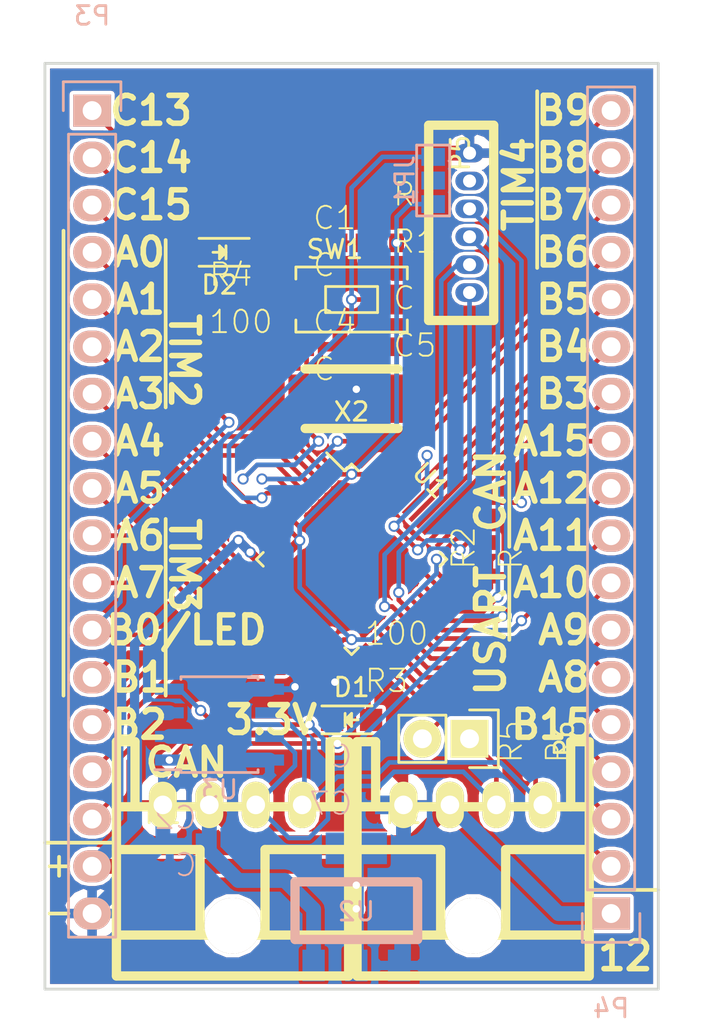
<source format=kicad_pcb>
(kicad_pcb (version 4) (host pcbnew 4.0.4-stable)
  (layers (0 F.Cu signal) (31 B.Cu signal) (34 B.Paste user) (35 F.Paste user) (36 B.SilkS user) (37 F.SilkS user) (38 B.Mask user) (39 F.Mask user) (44 Edge.Cuts user))
  (net 0 "")
  (net 1 GND)
  (net 2 /NRST)
  (net 3 +12V)
  (net 4 /OSC_IN)
  (net 5 /OSC_OUT)
  (net 6 +3V3)
  (net 7 "Net-(D1-Pad2)")
  (net 8 "Net-(D2-Pad2)")
  (net 9 /LED)
  (net 10 /CAN_H)
  (net 11 /CAN_L)
  (net 12 /BOOT0)
  (net 13 /USART_TX)
  (net 14 /USART_RX)
  (net 15 /CAN_RX)
  (net 16 /CAN_TX)
  (net 17 /SWDIO)
  (net 18 /SWCLK)
  (net 19 /PC13)
  (net 20 /PC14)
  (net 21 /PC15)
  (net 22 /PA0)
  (net 23 /PA1)
  (net 24 /PA2)
  (net 25 /PB11)
  (net 26 /PB10)
  (net 27 /PB2)
  (net 28 /PB1)
  (net 29 /PA7)
  (net 30 /PA6)
  (net 31 /PA5)
  (net 32 /PA4)
  (net 33 /PA3)
  (net 34 /PB12)
  (net 35 /PB13)
  (net 36 /PB14)
  (net 37 /PB15)
  (net 38 /PA8)
  (net 39 /PA15)
  (net 40 /PB3)
  (net 41 /PB4)
  (net 42 /PB5)
  (net 43 /PB6)
  (net 44 /PB7)
  (net 45 /PB8)
  (net 46 /PB9)
  (net 47 "Net-(P6-Pad2)")
  (module TO_SOT_Packages_SMD:SOT-223_reg (layer B.Cu) (at 16.764 48.514 180)
    (fp_text reference U2 (at 0 2.9 180) (layer B.SilkS) (effects (justify mirror)))
    (fp_text value NCP1117ST33T3G)
    (pad 1 smd rect (at -2.3 0 180) (size 1.2 1.7) (layers B.Cu B.Paste B.Mask) (net 1 GND))
    (pad 2 smd rect (at 0 0 180) (size 1.2 1.7) (layers B.Cu B.Paste B.Mask) (net 6 +3V3))
    (pad 3 smd rect (at 2.3 0 180) (size 1.2 1.7) (layers B.Cu B.Paste B.Mask) (net 3 +12V))
    (pad 2 smd rect (at 0 6.3 180) (size 3.3 1.7) (layers B.Cu B.Paste B.Mask) (net 6 +3V3))
  )
  (module RP_KiCAD_Libs:C1608_WP (layer F.Cu) (at 14.986 9.652)
    (fp_text reference C1 (at -0.635 -0.635) (layer F.SilkS) (effects (font (size 1.2065 1.2065) (thickness 0.1016)) (justify left bottom)))
    (fp_text value C (at -0.635 1.905) (layer F.SilkS) (effects (font (size 1.2065 1.2065) (thickness 0.1016)) (justify left bottom)))
    (pad 1 smd rect (at -0.9 0) (size 0.8 1) (layers F.Cu F.Paste F.Mask) (net 1 GND))
    (pad 2 smd rect (at 0.9 0) (size 0.8 1) (layers F.Cu F.Paste F.Mask) (net 2 /NRST))
  )
  (module RP_KiCAD_Libs:C1608_WP (layer B.Cu) (at 7.62 41.91 180)
    (fp_text reference C2 (at -0.635 0.635 180) (layer B.SilkS) (effects (font (size 1.2065 1.2065) (thickness 0.1016)) (justify left bottom mirror)))
    (fp_text value C (at -0.635 -1.905 180) (layer B.SilkS) (effects (font (size 1.2065 1.2065) (thickness 0.1016)) (justify left bottom mirror)))
    (pad 1 smd rect (at -0.9 0 180) (size 0.8 1) (layers B.Cu B.Paste B.Mask) (net 3 +12V))
    (pad 2 smd rect (at 0.9 0 180) (size 0.8 1) (layers B.Cu B.Paste B.Mask) (net 1 GND))
  )
  (module RP_KiCAD_Libs:C1608_WP (layer F.Cu) (at 14.986 15.24)
    (fp_text reference C4 (at -0.635 -0.635) (layer F.SilkS) (effects (font (size 1.2065 1.2065) (thickness 0.1016)) (justify left bottom)))
    (fp_text value C (at -0.635 1.905) (layer F.SilkS) (effects (font (size 1.2065 1.2065) (thickness 0.1016)) (justify left bottom)))
    (pad 1 smd rect (at -0.9 0) (size 0.8 1) (layers F.Cu F.Paste F.Mask) (net 4 /OSC_IN))
    (pad 2 smd rect (at 0.9 0) (size 0.8 1) (layers F.Cu F.Paste F.Mask) (net 1 GND))
  )
  (module RP_KiCAD_Libs:C1608_WP (layer F.Cu) (at 18.034 15.24 180)
    (fp_text reference C5 (at -0.635 -0.635 180) (layer F.SilkS) (effects (font (size 1.2065 1.2065) (thickness 0.1016)) (justify left bottom)))
    (fp_text value C (at -0.635 1.905 180) (layer F.SilkS) (effects (font (size 1.2065 1.2065) (thickness 0.1016)) (justify left bottom)))
    (pad 1 smd rect (at -0.9 0 180) (size 0.8 1) (layers F.Cu F.Paste F.Mask) (net 5 /OSC_OUT))
    (pad 2 smd rect (at 0.9 0 180) (size 0.8 1) (layers F.Cu F.Paste F.Mask) (net 1 GND))
  )
  (module RP_KiCAD_Libs:C1608_WP (layer B.Cu) (at 17.272 39.878)
    (fp_text reference C7 (at -0.635 0.635) (layer B.SilkS) (effects (font (size 1.2065 1.2065) (thickness 0.1016)) (justify left bottom mirror)))
    (fp_text value C (at -0.635 -1.905) (layer B.SilkS) (effects (font (size 1.2065 1.2065) (thickness 0.1016)) (justify left bottom mirror)))
    (pad 1 smd rect (at -0.9 0) (size 0.8 1) (layers B.Cu B.Paste B.Mask) (net 6 +3V3))
    (pad 2 smd rect (at 0.9 0) (size 0.8 1) (layers B.Cu B.Paste B.Mask) (net 1 GND))
  )
  (module LEDs:LED_0805 (layer F.Cu) (at 16.51 35.306)
    (fp_text reference D1 (at 0 -1.75) (layer F.SilkS))
    (fp_text value LED)
    (pad 2 smd rect (at 1.04902 0 180) (size 1.19888 1.19888) (layers F.Cu F.Paste F.Mask) (net 7 "Net-(D1-Pad2)"))
    (pad 1 smd rect (at -1.04902 0 180) (size 1.19888 1.19888) (layers F.Cu F.Paste F.Mask) (net 6 +3V3))
  )
  (module LEDs:LED_0805 (layer F.Cu) (at 9.398 10.16 180)
    (fp_text reference D2 (at 0 -1.75 180) (layer F.SilkS))
    (fp_text value LED)
    (pad 2 smd rect (at 1.04902 0) (size 1.19888 1.19888) (layers F.Cu F.Paste F.Mask) (net 8 "Net-(D2-Pad2)"))
    (pad 1 smd rect (at -1.04902 0) (size 1.19888 1.19888) (layers F.Cu F.Paste F.Mask) (net 9 /LED))
  )
  (module RP_KiCAD_Connector:XA_4LC (layer F.Cu) (at 6.35 39.878)
    (fp_text reference P1 (at 0 0.5) (layer F.SilkS))
    (fp_text value CONN_01X04)
    (pad 1 thru_hole oval (at 0 0) (size 1.5 2.5) (drill 1) (layers *.Cu *.Mask F.SilkS) (net 1 GND))
    (pad 2 thru_hole oval (at 2.5 0) (size 1.5 2.5) (drill 1) (layers *.Cu *.Mask F.SilkS) (net 3 +12V))
    (pad 3 thru_hole oval (at 5 0) (size 1.5 2.5) (drill 1) (layers *.Cu *.Mask F.SilkS) (net 10 /CAN_H))
    (pad 4 thru_hole oval (at 7.5 0) (size 1.5 2.5) (drill 1) (layers *.Cu *.Mask F.SilkS) (net 11 /CAN_L))
    (pad "" thru_hole circle (at 3.75 6.5) (size 3 3) (drill 3) (layers *.Cu *.Mask F.SilkS) (clearance -0.3))
  )
  (module RP_KiCAD_Connector:XA_4LC (layer F.Cu) (at 19.304 39.878)
    (fp_text reference P2 (at 0 0.5) (layer F.SilkS))
    (fp_text value CONN_01X04)
    (pad 1 thru_hole oval (at 0 0) (size 1.5 2.5) (drill 1) (layers *.Cu *.Mask F.SilkS) (net 1 GND))
    (pad 2 thru_hole oval (at 2.5 0) (size 1.5 2.5) (drill 1) (layers *.Cu *.Mask F.SilkS) (net 3 +12V))
    (pad 3 thru_hole oval (at 5 0) (size 1.5 2.5) (drill 1) (layers *.Cu *.Mask F.SilkS) (net 10 /CAN_H))
    (pad 4 thru_hole oval (at 7.5 0) (size 1.5 2.5) (drill 1) (layers *.Cu *.Mask F.SilkS) (net 11 /CAN_L))
    (pad "" thru_hole circle (at 3.75 6.5) (size 3 3) (drill 3) (layers *.Cu *.Mask F.SilkS) (clearance -0.3))
  )
  (module RP_KiCAD_Libs:C1608_WP (layer F.Cu) (at 18.034 9.652 180)
    (fp_text reference R1 (at -0.635 -0.635 180) (layer F.SilkS) (effects (font (size 1.2065 1.2065) (thickness 0.1016)) (justify left bottom)))
    (fp_text value R (at -0.635 1.905 180) (layer F.SilkS) (effects (font (size 1.2065 1.2065) (thickness 0.1016)) (justify left bottom)))
    (pad 1 smd rect (at -0.9 0 180) (size 0.8 1) (layers F.Cu F.Paste F.Mask) (net 6 +3V3))
    (pad 2 smd rect (at 0.9 0 180) (size 0.8 1) (layers F.Cu F.Paste F.Mask) (net 2 /NRST))
  )
  (module RP_KiCAD_Libs:C1608_WP (layer F.Cu) (at 23.876 26.67 90)
    (fp_text reference R2 (at -0.635 -0.635 90) (layer F.SilkS) (effects (font (size 1.2065 1.2065) (thickness 0.1016)) (justify left bottom)))
    (fp_text value R (at -0.635 1.905 90) (layer F.SilkS) (effects (font (size 1.2065 1.2065) (thickness 0.1016)) (justify left bottom)))
    (pad 1 smd rect (at -0.9 0 90) (size 0.8 1) (layers F.Cu F.Paste F.Mask) (net 1 GND))
    (pad 2 smd rect (at 0.9 0 90) (size 0.8 1) (layers F.Cu F.Paste F.Mask) (net 12 /BOOT0))
  )
  (module RP_KiCAD_Libs:C1608_WP (layer F.Cu) (at 16.51 33.274 180)
    (fp_text reference R3 (at -0.635 -0.635 180) (layer F.SilkS) (effects (font (size 1.2065 1.2065) (thickness 0.1016)) (justify left bottom)))
    (fp_text value 100 (at -0.635 1.905 180) (layer F.SilkS) (effects (font (size 1.2065 1.2065) (thickness 0.1016)) (justify left bottom)))
    (pad 1 smd rect (at -0.9 0 180) (size 0.8 1) (layers F.Cu F.Paste F.Mask) (net 7 "Net-(D1-Pad2)"))
    (pad 2 smd rect (at 0.9 0 180) (size 0.8 1) (layers F.Cu F.Paste F.Mask) (net 1 GND))
  )
  (module RP_KiCAD_Libs:C1608_WP (layer F.Cu) (at 9.398 12.7)
    (fp_text reference R4 (at -0.635 -0.635) (layer F.SilkS) (effects (font (size 1.2065 1.2065) (thickness 0.1016)) (justify left bottom)))
    (fp_text value 100 (at -0.635 1.905) (layer F.SilkS) (effects (font (size 1.2065 1.2065) (thickness 0.1016)) (justify left bottom)))
    (pad 1 smd rect (at -0.9 0) (size 0.8 1) (layers F.Cu F.Paste F.Mask) (net 8 "Net-(D2-Pad2)"))
    (pad 2 smd rect (at 0.9 0) (size 0.8 1) (layers F.Cu F.Paste F.Mask) (net 1 GND))
  )
  (module Buttons_Switches_SMD:SW_SPST_EVQPE1 (layer F.Cu) (at 16.51 12.7)
    (fp_text reference SW1 (at -0.9 -2.7) (layer F.SilkS))
    (fp_text value SW_PUSH)
    (pad 2 smd rect (at 2.7 0) (size 2 1.6) (layers F.Cu F.Paste F.Mask) (net 2 /NRST))
    (pad 1 smd rect (at -2.7 0) (size 2 1.6) (layers F.Cu F.Paste F.Mask) (net 1 GND))
  )
  (module Housings_QFP:LQFP-48_7x7mm_Pitch0.5mm (layer F.Cu) (at 16.51 26.67 315)
    (fp_text reference U1 (at 0 -6 315) (layer F.SilkS))
    (fp_text value STM32F103_48)
    (pad 1 smd rect (at -4.35 -2.75 315) (size 1.3 0.25) (layers F.Cu F.Paste F.Mask) (net 6 +3V3))
    (pad 2 smd rect (at -4.35 -2.25 315) (size 1.3 0.25) (layers F.Cu F.Paste F.Mask) (net 19 /PC13))
    (pad 3 smd rect (at -4.35 -1.75 315) (size 1.3 0.25) (layers F.Cu F.Paste F.Mask) (net 20 /PC14))
    (pad 4 smd rect (at -4.35 -1.25 315) (size 1.3 0.25) (layers F.Cu F.Paste F.Mask) (net 21 /PC15))
    (pad 5 smd rect (at -4.35 -0.75 315) (size 1.3 0.25) (layers F.Cu F.Paste F.Mask) (net 4 /OSC_IN))
    (pad 6 smd rect (at -4.35 -0.25 315) (size 1.3 0.25) (layers F.Cu F.Paste F.Mask) (net 5 /OSC_OUT))
    (pad 7 smd rect (at -4.35 0.25 315) (size 1.3 0.25) (layers F.Cu F.Paste F.Mask) (net 2 /NRST))
    (pad 8 smd rect (at -4.35 0.75 315) (size 1.3 0.25) (layers F.Cu F.Paste F.Mask) (net 1 GND))
    (pad 9 smd rect (at -4.35 1.25 315) (size 1.3 0.25) (layers F.Cu F.Paste F.Mask) (net 6 +3V3))
    (pad 10 smd rect (at -4.35 1.75 315) (size 1.3 0.25) (layers F.Cu F.Paste F.Mask) (net 22 /PA0))
    (pad 11 smd rect (at -4.35 2.25 315) (size 1.3 0.25) (layers F.Cu F.Paste F.Mask) (net 23 /PA1))
    (pad 12 smd rect (at -4.35 2.75 315) (size 1.3 0.25) (layers F.Cu F.Paste F.Mask) (net 24 /PA2))
    (pad 13 smd rect (at -2.75 4.35 45) (size 1.3 0.25) (layers F.Cu F.Paste F.Mask) (net 33 /PA3))
    (pad 14 smd rect (at -2.25 4.35 45) (size 1.3 0.25) (layers F.Cu F.Paste F.Mask) (net 32 /PA4))
    (pad 15 smd rect (at -1.75 4.35 45) (size 1.3 0.25) (layers F.Cu F.Paste F.Mask) (net 31 /PA5))
    (pad 16 smd rect (at -1.25 4.35 45) (size 1.3 0.25) (layers F.Cu F.Paste F.Mask) (net 30 /PA6))
    (pad 17 smd rect (at -0.75 4.35 45) (size 1.3 0.25) (layers F.Cu F.Paste F.Mask) (net 29 /PA7))
    (pad 18 smd rect (at -0.25 4.35 45) (size 1.3 0.25) (layers F.Cu F.Paste F.Mask) (net 9 /LED))
    (pad 19 smd rect (at 0.25 4.35 45) (size 1.3 0.25) (layers F.Cu F.Paste F.Mask) (net 28 /PB1))
    (pad 20 smd rect (at 0.75 4.35 45) (size 1.3 0.25) (layers F.Cu F.Paste F.Mask) (net 27 /PB2))
    (pad 21 smd rect (at 1.25 4.35 45) (size 1.3 0.25) (layers F.Cu F.Paste F.Mask) (net 26 /PB10))
    (pad 22 smd rect (at 1.75 4.35 45) (size 1.3 0.25) (layers F.Cu F.Paste F.Mask) (net 25 /PB11))
    (pad 23 smd rect (at 2.25 4.35 45) (size 1.3 0.25) (layers F.Cu F.Paste F.Mask) (net 1 GND))
    (pad 24 smd rect (at 2.75 4.35 45) (size 1.3 0.25) (layers F.Cu F.Paste F.Mask) (net 6 +3V3))
    (pad 25 smd rect (at 4.35 2.75 315) (size 1.3 0.25) (layers F.Cu F.Paste F.Mask) (net 34 /PB12))
    (pad 26 smd rect (at 4.35 2.25 315) (size 1.3 0.25) (layers F.Cu F.Paste F.Mask) (net 35 /PB13))
    (pad 27 smd rect (at 4.35 1.75 315) (size 1.3 0.25) (layers F.Cu F.Paste F.Mask) (net 36 /PB14))
    (pad 28 smd rect (at 4.35 1.25 315) (size 1.3 0.25) (layers F.Cu F.Paste F.Mask) (net 37 /PB15))
    (pad 29 smd rect (at 4.35 0.75 315) (size 1.3 0.25) (layers F.Cu F.Paste F.Mask) (net 38 /PA8))
    (pad 30 smd rect (at 4.35 0.25 315) (size 1.3 0.25) (layers F.Cu F.Paste F.Mask) (net 13 /USART_TX))
    (pad 31 smd rect (at 4.35 -0.25 315) (size 1.3 0.25) (layers F.Cu F.Paste F.Mask) (net 14 /USART_RX))
    (pad 32 smd rect (at 4.35 -0.75 315) (size 1.3 0.25) (layers F.Cu F.Paste F.Mask) (net 15 /CAN_RX))
    (pad 33 smd rect (at 4.35 -1.25 315) (size 1.3 0.25) (layers F.Cu F.Paste F.Mask) (net 16 /CAN_TX))
    (pad 34 smd rect (at 4.35 -1.75 315) (size 1.3 0.25) (layers F.Cu F.Paste F.Mask) (net 17 /SWDIO))
    (pad 35 smd rect (at 4.35 -2.25 315) (size 1.3 0.25) (layers F.Cu F.Paste F.Mask) (net 1 GND))
    (pad 36 smd rect (at 4.35 -2.75 315) (size 1.3 0.25) (layers F.Cu F.Paste F.Mask) (net 6 +3V3))
    (pad 37 smd rect (at 2.75 -4.35 45) (size 1.3 0.25) (layers F.Cu F.Paste F.Mask) (net 18 /SWCLK))
    (pad 38 smd rect (at 2.25 -4.35 45) (size 1.3 0.25) (layers F.Cu F.Paste F.Mask) (net 39 /PA15))
    (pad 39 smd rect (at 1.75 -4.35 45) (size 1.3 0.25) (layers F.Cu F.Paste F.Mask) (net 40 /PB3))
    (pad 40 smd rect (at 1.25 -4.35 45) (size 1.3 0.25) (layers F.Cu F.Paste F.Mask) (net 41 /PB4))
    (pad 41 smd rect (at 0.75 -4.35 45) (size 1.3 0.25) (layers F.Cu F.Paste F.Mask) (net 42 /PB5))
    (pad 42 smd rect (at 0.25 -4.35 45) (size 1.3 0.25) (layers F.Cu F.Paste F.Mask) (net 43 /PB6))
    (pad 43 smd rect (at -0.25 -4.35 45) (size 1.3 0.25) (layers F.Cu F.Paste F.Mask) (net 44 /PB7))
    (pad 44 smd rect (at -0.75 -4.35 45) (size 1.3 0.25) (layers F.Cu F.Paste F.Mask) (net 12 /BOOT0))
    (pad 45 smd rect (at -1.25 -4.35 45) (size 1.3 0.25) (layers F.Cu F.Paste F.Mask) (net 45 /PB8))
    (pad 46 smd rect (at -1.75 -4.35 45) (size 1.3 0.25) (layers F.Cu F.Paste F.Mask) (net 46 /PB9))
    (pad 47 smd rect (at -2.25 -4.35 45) (size 1.3 0.25) (layers F.Cu F.Paste F.Mask) (net 1 GND))
    (pad 48 smd rect (at -2.75 -4.35 45) (size 1.3 0.25) (layers F.Cu F.Paste F.Mask) (net 6 +3V3))
  )
  (module Housings_SOIC:SOIC-8_3.9x4.9mm_Pitch1.27mm (layer B.Cu) (at 9.398 35.56)
    (fp_text reference U3 (at 0 3.5) (layer B.SilkS) (effects (justify mirror)))
    (fp_text value MAX3051)
    (pad 1 smd rect (at -2.7 1.905) (size 1.55 0.6) (layers B.Cu B.Paste B.Mask) (net 16 /CAN_TX))
    (pad 2 smd rect (at -2.7 0.635) (size 1.55 0.6) (layers B.Cu B.Paste B.Mask) (net 1 GND))
    (pad 3 smd rect (at -2.7 -0.635) (size 1.55 0.6) (layers B.Cu B.Paste B.Mask) (net 6 +3V3))
    (pad 4 smd rect (at -2.7 -1.905) (size 1.55 0.6) (layers B.Cu B.Paste B.Mask) (net 15 /CAN_RX))
    (pad 5 smd rect (at 2.7 -1.905) (size 1.55 0.6) (layers B.Cu B.Paste B.Mask) (net 1 GND))
    (pad 6 smd rect (at 2.7 -0.635) (size 1.55 0.6) (layers B.Cu B.Paste B.Mask) (net 11 /CAN_L))
    (pad 7 smd rect (at 2.7 0.635) (size 1.55 0.6) (layers B.Cu B.Paste B.Mask) (net 10 /CAN_H))
    (pad 8 smd rect (at 2.7 1.905) (size 1.55 0.6) (layers B.Cu B.Paste B.Mask) (net 1 GND))
  )
  (module Crystals:ABM3_2pads (layer F.Cu) (at 16.51 18.034)
    (fp_text reference X2 (at 0 0.7) (layer F.SilkS))
    (fp_text value CRYSTAL)
    (pad 1 smd rect (at -2.3 0) (size 2.2 2.6) (layers F.Cu F.Paste F.Mask) (net 4 /OSC_IN))
    (pad 2 smd rect (at 2.3 0) (size 2 2.6) (layers F.Cu F.Paste F.Mask) (net 5 /OSC_OUT))
  )
  (module RP_KiCAD_Connector:ZH_6T (layer F.Cu) (at 22.86 4.826 270)
    (fp_text reference P5 (at 0 0.5 270) (layer F.SilkS))
    (fp_text value CONN_01X06)
    (pad 1 thru_hole oval (at 0 0 270) (size 1 1.524) (drill 0.7) (layers *.Cu *.Mask) (net 1 GND))
    (pad 2 thru_hole oval (at 1.5 0 270) (size 1 1.524) (drill 0.7) (layers *.Cu *.Mask))
    (pad 3 thru_hole oval (at 3 0 270) (size 1 1.524) (drill 0.7) (layers *.Cu *.Mask) (net 18 /SWCLK))
    (pad 4 thru_hole oval (at 4.5 0 270) (size 1 1.524) (drill 0.7) (layers *.Cu *.Mask) (net 17 /SWDIO))
    (pad 5 thru_hole oval (at 6 0 270) (size 1 1.524) (drill 0.7) (layers *.Cu *.Mask) (net 13 /USART_TX))
    (pad 6 thru_hole oval (at 7.5 0 270) (size 1 1.524) (drill 0.7) (layers *.Cu *.Mask) (net 14 /USART_RX))
  )
  (module Pin_Headers:Pin_Header_Straight_1x18 (layer B.Cu) (at 2.54 2.54 180)
    (fp_text reference P3 (at 0 5.1 180) (layer B.SilkS) (effects (justify mirror)))
    (fp_text value CONN_01X18)
    (pad 1 thru_hole rect (at 0 0 180) (size 2.032 1.7272) (drill 1.016) (layers *.Cu *.Mask B.SilkS) (net 19 /PC13))
    (pad 2 thru_hole oval (at 0 -2.54 180) (size 2.032 1.7272) (drill 1.016) (layers *.Cu *.Mask B.SilkS) (net 20 /PC14))
    (pad 3 thru_hole oval (at 0 -5.08 180) (size 2.032 1.7272) (drill 1.016) (layers *.Cu *.Mask B.SilkS) (net 21 /PC15))
    (pad 4 thru_hole oval (at 0 -7.62 180) (size 2.032 1.7272) (drill 1.016) (layers *.Cu *.Mask B.SilkS) (net 22 /PA0))
    (pad 5 thru_hole oval (at 0 -10.16 180) (size 2.032 1.7272) (drill 1.016) (layers *.Cu *.Mask B.SilkS) (net 23 /PA1))
    (pad 6 thru_hole oval (at 0 -12.7 180) (size 2.032 1.7272) (drill 1.016) (layers *.Cu *.Mask B.SilkS) (net 24 /PA2))
    (pad 7 thru_hole oval (at 0 -15.24 180) (size 2.032 1.7272) (drill 1.016) (layers *.Cu *.Mask B.SilkS) (net 33 /PA3))
    (pad 8 thru_hole oval (at 0 -17.78 180) (size 2.032 1.7272) (drill 1.016) (layers *.Cu *.Mask B.SilkS) (net 32 /PA4))
    (pad 9 thru_hole oval (at 0 -20.32 180) (size 2.032 1.7272) (drill 1.016) (layers *.Cu *.Mask B.SilkS) (net 31 /PA5))
    (pad 10 thru_hole oval (at 0 -22.86 180) (size 2.032 1.7272) (drill 1.016) (layers *.Cu *.Mask B.SilkS) (net 30 /PA6))
    (pad 11 thru_hole oval (at 0 -25.4 180) (size 2.032 1.7272) (drill 1.016) (layers *.Cu *.Mask B.SilkS) (net 29 /PA7))
    (pad 12 thru_hole oval (at 0 -27.94 180) (size 2.032 1.7272) (drill 1.016) (layers *.Cu *.Mask B.SilkS) (net 9 /LED))
    (pad 13 thru_hole oval (at 0 -30.48 180) (size 2.032 1.7272) (drill 1.016) (layers *.Cu *.Mask B.SilkS) (net 28 /PB1))
    (pad 14 thru_hole oval (at 0 -33.02 180) (size 2.032 1.7272) (drill 1.016) (layers *.Cu *.Mask B.SilkS) (net 27 /PB2))
    (pad 15 thru_hole oval (at 0 -35.56 180) (size 2.032 1.7272) (drill 1.016) (layers *.Cu *.Mask B.SilkS) (net 26 /PB10))
    (pad 16 thru_hole oval (at 0 -38.1 180) (size 2.032 1.7272) (drill 1.016) (layers *.Cu *.Mask B.SilkS) (net 25 /PB11))
    (pad 17 thru_hole oval (at 0 -40.64 180) (size 2.032 1.7272) (drill 1.016) (layers *.Cu *.Mask B.SilkS) (net 6 +3V3))
    (pad 18 thru_hole oval (at 0 -43.18 180) (size 2.032 1.7272) (drill 1.016) (layers *.Cu *.Mask B.SilkS) (net 1 GND))
  )
  (module Pin_Headers:Pin_Header_Straight_1x18 (layer B.Cu) (at 30.48 45.72)
    (fp_text reference P4 (at 0 5.1) (layer B.SilkS) (effects (justify mirror)))
    (fp_text value CONN_01X18)
    (pad 1 thru_hole rect (at 0 0) (size 2.032 1.7272) (drill 1.016) (layers *.Cu *.Mask B.SilkS) (net 3 +12V))
    (pad 2 thru_hole oval (at 0 -2.54) (size 2.032 1.7272) (drill 1.016) (layers *.Cu *.Mask B.SilkS) (net 34 /PB12))
    (pad 3 thru_hole oval (at 0 -5.08) (size 2.032 1.7272) (drill 1.016) (layers *.Cu *.Mask B.SilkS) (net 35 /PB13))
    (pad 4 thru_hole oval (at 0 -7.62) (size 2.032 1.7272) (drill 1.016) (layers *.Cu *.Mask B.SilkS) (net 36 /PB14))
    (pad 5 thru_hole oval (at 0 -10.16) (size 2.032 1.7272) (drill 1.016) (layers *.Cu *.Mask B.SilkS) (net 37 /PB15))
    (pad 6 thru_hole oval (at 0 -12.7) (size 2.032 1.7272) (drill 1.016) (layers *.Cu *.Mask B.SilkS) (net 38 /PA8))
    (pad 7 thru_hole oval (at 0 -15.24) (size 2.032 1.7272) (drill 1.016) (layers *.Cu *.Mask B.SilkS) (net 13 /USART_TX))
    (pad 8 thru_hole oval (at 0 -17.78) (size 2.032 1.7272) (drill 1.016) (layers *.Cu *.Mask B.SilkS) (net 14 /USART_RX))
    (pad 9 thru_hole oval (at 0 -20.32) (size 2.032 1.7272) (drill 1.016) (layers *.Cu *.Mask B.SilkS) (net 15 /CAN_RX))
    (pad 10 thru_hole oval (at 0 -22.86) (size 2.032 1.7272) (drill 1.016) (layers *.Cu *.Mask B.SilkS) (net 16 /CAN_TX))
    (pad 11 thru_hole oval (at 0 -25.4) (size 2.032 1.7272) (drill 1.016) (layers *.Cu *.Mask B.SilkS) (net 39 /PA15))
    (pad 12 thru_hole oval (at 0 -27.94) (size 2.032 1.7272) (drill 1.016) (layers *.Cu *.Mask B.SilkS) (net 40 /PB3))
    (pad 13 thru_hole oval (at 0 -30.48) (size 2.032 1.7272) (drill 1.016) (layers *.Cu *.Mask B.SilkS) (net 41 /PB4))
    (pad 14 thru_hole oval (at 0 -33.02) (size 2.032 1.7272) (drill 1.016) (layers *.Cu *.Mask B.SilkS) (net 42 /PB5))
    (pad 15 thru_hole oval (at 0 -35.56) (size 2.032 1.7272) (drill 1.016) (layers *.Cu *.Mask B.SilkS) (net 43 /PB6))
    (pad 16 thru_hole oval (at 0 -38.1) (size 2.032 1.7272) (drill 1.016) (layers *.Cu *.Mask B.SilkS) (net 44 /PB7))
    (pad 17 thru_hole oval (at 0 -40.64) (size 2.032 1.7272) (drill 1.016) (layers *.Cu *.Mask B.SilkS) (net 45 /PB8))
    (pad 18 thru_hole oval (at 0 -43.18) (size 2.032 1.7272) (drill 1.016) (layers *.Cu *.Mask B.SilkS) (net 46 /PB9))
  )
  (module Pin_Headers:Pin_Header_Straight_1x02 (layer F.Cu) (at 22.86 36.322 270)
    (fp_text reference P6 (at 0 -5.1 270) (layer F.SilkS))
    (fp_text value CONN_01X02)
    (pad 1 thru_hole rect (at 0 0 270) (size 2.032 2.032) (drill 1.016) (layers *.Cu *.Mask F.SilkS) (net 10 /CAN_H))
    (pad 2 thru_hole oval (at 0 2.54 270) (size 2.032 2.032) (drill 1.016) (layers *.Cu *.Mask F.SilkS) (net 47 "Net-(P6-Pad2)"))
  )
  (module RP_KiCAD_Libs:C1608_WP (layer F.Cu) (at 26.416 37.084 90)
    (fp_text reference R5 (at -0.635 -0.635 90) (layer F.SilkS) (effects (font (size 1.2065 1.2065) (thickness 0.1016)) (justify left bottom)))
    (fp_text value R (at -0.635 1.905 90) (layer F.SilkS) (effects (font (size 1.2065 1.2065) (thickness 0.1016)) (justify left bottom)))
    (pad 1 smd rect (at -0.9 0 90) (size 0.8 1) (layers F.Cu F.Paste F.Mask) (net 11 /CAN_L))
    (pad 2 smd rect (at 0.9 0 90) (size 0.8 1) (layers F.Cu F.Paste F.Mask) (net 47 "Net-(P6-Pad2)"))
  )
  (module Connect:GS3 (layer B.Cu) (at 20.9 6.3 180)
    (fp_text reference JP1 (at 1.524 0 450) (layer B.SilkS) (effects (justify mirror)))
    (fp_text value JUMPER3)
    (pad 1 smd rect (at 0 1.27 180) (size 1.27 0.9652) (layers B.Cu B.Paste B.Mask) (net 2 /NRST))
    (pad 2 smd rect (at 0 0 180) (size 1.27 0.9652) (layers B.Cu B.Paste B.Mask))
    (pad 3 smd rect (at 0 -1.27 180) (size 1.27 0.9652) (layers B.Cu B.Paste B.Mask) (net 6 +3V3))
  )
  (gr_text TIM3 (at 7.5 27 270) (layer F.SilkS) (effects (font (size 1.5 1.5) (thickness 0.3))))
  (gr_text TIM2 (at 7.5 16 270) (layer F.SilkS) (effects (font (size 1.5 1.5) (thickness 0.3))))
  (gr_text TIM4 (at 25.5 6.5 90) (layer F.SilkS) (effects (font (size 1.5 1.5) (thickness 0.3))))
  (gr_line (start 26.5 11) (end 26.5 1.5) (angle 90) (layer F.SilkS) (width 0.2))
  (gr_line (start 6.5 24.5) (end 6.5 34) (angle 90) (layer F.SilkS) (width 0.2))
  (gr_line (start 6.5 9.5) (end 6.5 18.5) (angle 90) (layer F.SilkS) (width 0.2))
  (gr_line (start 1 9) (end 1 34) (angle 90) (layer F.SilkS) (width 0.2))
  (gr_text USART (at 24 30.5 90) (layer F.SilkS) (effects (font (size 1.5 1.5) (thickness 0.3))))
  (gr_line (start 25 27) (end 25 31) (angle 90) (layer F.SilkS) (width 0.2))
  (gr_text CAN (at 24 23 90) (layer F.SilkS) (effects (font (size 1.5 1.5) (thickness 0.3))))
  (gr_line (start 25 22) (end 25 26) (angle 90) (layer F.SilkS) (width 0.2))
  (gr_text 3.3V (at 12.192 35.306) (layer F.SilkS) (effects (font (size 1.5 1.5) (thickness 0.3))))
  (gr_text CAN (at 7.62 37.592) (layer F.SilkS) (effects (font (size 1.5 1.5) (thickness 0.3))))
  (gr_text 12 (at 31.242 48.006) (layer F.SilkS) (effects (font (size 1.5 1.5) (thickness 0.3))))
  (gr_line (start 29.464 44.45) (end 33.02 44.45) (angle 90) (layer F.SilkS) (width 0.2))
  (gr_line (start 1.27 45.72) (end 0.254 45.72) (angle 90) (layer F.SilkS) (width 0.2))
  (gr_line (start 0.762 42.672) (end 0.762 43.688) (angle 90) (layer F.SilkS) (width 0.2))
  (gr_line (start 1.27 43.18) (end 0.254 43.18) (angle 90) (layer F.SilkS) (width 0.2))
  (gr_line (start 3.556 41.91) (end 0 41.91) (angle 90) (layer F.SilkS) (width 0.2))
  (gr_text B2 (at 5.08 35.56) (layer F.SilkS) (effects (font (size 1.5 1.5) (thickness 0.3))))
  (gr_text B1 (at 5.08 33.02) (layer F.SilkS) (effects (font (size 1.5 1.5) (thickness 0.3))))
  (gr_text B0/LED (at 7.62 30.48) (layer F.SilkS) (effects (font (size 1.5 1.5) (thickness 0.3))))
  (gr_text A7 (at 5.08 27.94) (layer F.SilkS) (effects (font (size 1.5 1.5) (thickness 0.3))))
  (gr_text A6 (at 5.08 25.4) (layer F.SilkS) (effects (font (size 1.5 1.5) (thickness 0.3))))
  (gr_text A5 (at 5.08 22.86) (layer F.SilkS) (effects (font (size 1.5 1.5) (thickness 0.3))))
  (gr_text A4 (at 5.08 20.32) (layer F.SilkS) (effects (font (size 1.5 1.5) (thickness 0.3))))
  (gr_text A3 (at 5.08 17.78) (layer F.SilkS) (effects (font (size 1.5 1.5) (thickness 0.3))))
  (gr_text A2 (at 5.08 15.24) (layer F.SilkS) (effects (font (size 1.5 1.5) (thickness 0.3))))
  (gr_text A1 (at 5.08 12.7) (layer F.SilkS) (effects (font (size 1.5 1.5) (thickness 0.3))))
  (gr_text A0 (at 5.08 10.16) (layer F.SilkS) (effects (font (size 1.5 1.5) (thickness 0.3))))
  (gr_text B15 (at 27.305 35.56) (layer F.SilkS) (effects (font (size 1.5 1.5) (thickness 0.3))))
  (gr_text A8 (at 27.94 33.02) (layer F.SilkS) (effects (font (size 1.5 1.5) (thickness 0.3))))
  (gr_text A9 (at 27.94 30.48) (layer F.SilkS) (effects (font (size 1.5 1.5) (thickness 0.3))))
  (gr_text A12 (at 27.305 22.86) (layer F.SilkS) (effects (font (size 1.5 1.5) (thickness 0.3))))
  (gr_text A10 (at 27.305 27.94) (layer F.SilkS) (effects (font (size 1.5 1.5) (thickness 0.3))))
  (gr_text A11 (at 27.305 25.4) (layer F.SilkS) (effects (font (size 1.5 1.5) (thickness 0.3))))
  (gr_text A15 (at 27.305 20.32) (layer F.SilkS) (effects (font (size 1.5 1.5) (thickness 0.3))))
  (gr_text B3 (at 27.94 17.78) (layer F.SilkS) (effects (font (size 1.5 1.5) (thickness 0.3))))
  (gr_text B4 (at 27.94 15.24) (layer F.SilkS) (effects (font (size 1.5 1.5) (thickness 0.3))))
  (gr_text B5 (at 27.94 12.7) (layer F.SilkS) (effects (font (size 1.5 1.5) (thickness 0.3))))
  (gr_text B6 (at 27.94 10.16) (layer F.SilkS) (effects (font (size 1.5 1.5) (thickness 0.3))))
  (gr_text B7 (at 27.94 7.62) (layer F.SilkS) (effects (font (size 1.5 1.5) (thickness 0.3))))
  (gr_text B8 (at 27.94 5.08) (layer F.SilkS) (effects (font (size 1.5 1.5) (thickness 0.3))))
  (gr_text B9 (at 27.94 2.54) (layer F.SilkS) (effects (font (size 1.5 1.5) (thickness 0.3))))
  (gr_text C15 (at 5.715 7.62) (layer F.SilkS) (effects (font (size 1.5 1.5) (thickness 0.3))))
  (gr_text C14 (at 5.715 5.08) (layer F.SilkS) (effects (font (size 1.5 1.5) (thickness 0.3))))
  (gr_text C13 (at 5.715 2.54) (layer F.SilkS) (effects (font (size 1.5 1.5) (thickness 0.3))))
  (gr_line (start 33.02 49.784) (end 33.02 0) (angle 90) (layer Edge.Cuts) (width 0.15))
  (gr_line (start 0 49.784) (end 0 0) (angle 90) (layer Edge.Cuts) (width 0.15))
  (gr_line (start 33.02 49.784) (end 0 49.784) (angle 90) (layer Edge.Cuts) (width 0.15))
  (gr_line (start 33.02 0) (end 0 0) (angle 90) (layer Edge.Cuts) (width 0.15))
  (segment (start 6.35 39.878) (end 6.35 39.37) (width 0.8) (layer B.Cu) (net 1))
  (segment (start 6.35 39.37) (end 7.112 38.608) (width 0.8) (layer B.Cu) (net 1))
  (segment (start 7.112 38.608) (end 7.62 38.608) (width 0.8) (layer B.Cu) (net 1))
  (via (at 15.61 33.274) (size 0.6) (drill 0.4) (layers F.Cu B.Cu) (net 1))
  (segment (start 13.462 33.528) (end 15.356 33.528) (width 0.25) (layer B.Cu) (net 1))
  (segment (start 15.356 33.528) (end 15.61 33.274) (width 0.25) (layer B.Cu) (net 1))
  (segment (start 15.61 33.274) (end 16.51 34.174) (width 0.25) (layer F.Cu) (net 1))
  (segment (start 16.51 34.174) (end 16.51 37.846) (width 0.25) (layer F.Cu) (net 1))
  (segment (start 6.35 39.878) (end 6.35 39.116) (width 0.5) (layer F.Cu) (net 1))
  (segment (start 6.35 39.116) (end 7.62 37.846) (width 0.5) (layer F.Cu) (net 1))
  (segment (start 7.62 37.846) (end 16.51 37.846) (width 0.5) (layer F.Cu) (net 1))
  (segment (start 19.304 38.608) (end 19.304 39.878) (width 0.5) (layer F.Cu) (net 1))
  (segment (start 16.51 37.846) (end 18.542 37.846) (width 0.5) (layer F.Cu) (net 1))
  (segment (start 18.542 37.846) (end 19.304 38.608) (width 0.5) (layer F.Cu) (net 1))
  (segment (start 15.886 15.24) (end 17.134 15.24) (width 0.8) (layer F.Cu) (net 1))
  (segment (start 15.886 15.24) (end 15.886 13.6) (width 0.8) (layer F.Cu) (net 1))
  (segment (start 14.986 12.7) (end 13.81 12.7) (width 0.8) (layer F.Cu) (net 1))
  (segment (start 15.886 13.6) (end 14.986 12.7) (width 0.8) (layer F.Cu) (net 1))
  (segment (start 14.086 9.652) (end 14.086 8.012) (width 0.8) (layer F.Cu) (net 1))
  (segment (start 15.494 6.604) (end 17.134 6.604) (width 0.8) (layer F.Cu) (net 1))
  (segment (start 14.086 8.012) (end 15.494 6.604) (width 0.8) (layer F.Cu) (net 1))
  (segment (start 14.086 9.652) (end 14.086 10.806) (width 0.8) (layer F.Cu) (net 1))
  (segment (start 13.81 11.082) (end 13.81 12.7) (width 0.8) (layer F.Cu) (net 1))
  (segment (start 14.086 10.806) (end 13.81 11.082) (width 0.8) (layer F.Cu) (net 1))
  (segment (start 16.764 17.526) (end 16.764 20.574) (width 0.5) (layer B.Cu) (net 1))
  (segment (start 12.098 25.24) (end 16.256 21.082) (width 0.5) (layer B.Cu) (net 1))
  (via (at 16.764 17.526) (size 0.6) (drill 0.4) (layers F.Cu B.Cu) (net 1))
  (segment (start 16.764 17.526) (end 17.134 17.156) (width 0.5) (layer F.Cu) (net 1))
  (segment (start 17.134 17.156) (end 17.134 15.24) (width 0.5) (layer F.Cu) (net 1))
  (segment (start 12.098 33.655) (end 12.098 25.24) (width 0.5) (layer B.Cu) (net 1))
  (segment (start 16.764 20.574) (end 16.256 21.082) (width 0.5) (layer B.Cu) (net 1))
  (segment (start 15.106019 24.892) (end 16.69701 23.301009) (width 0.25) (layer F.Cu) (net 1))
  (segment (start 17.20501 22.793009) (end 17.994924 22.003095) (width 0.25) (layer F.Cu) (net 1))
  (segment (start 16.69701 23.301009) (end 17.20501 22.793009) (width 0.25) (layer F.Cu) (net 1))
  (segment (start 15.025076 31.336905) (end 13.462 32.899981) (width 0.25) (layer F.Cu) (net 1))
  (segment (start 13.335 33.655) (end 12.098 33.655) (width 0.25) (layer B.Cu) (net 1))
  (segment (start 13.462 33.528) (end 13.335 33.655) (width 0.25) (layer B.Cu) (net 1))
  (via (at 13.462 33.528) (size 0.6) (drill 0.4) (layers F.Cu B.Cu) (net 1))
  (segment (start 13.462 32.899981) (end 13.462 33.528) (width 0.25) (layer F.Cu) (net 1))
  (segment (start 21.176905 28.154924) (end 21.723981 28.702) (width 0.25) (layer F.Cu) (net 1))
  (segment (start 23.114 28.702) (end 23.876 27.94) (width 0.25) (layer F.Cu) (net 1))
  (segment (start 21.723981 28.702) (end 23.114 28.702) (width 0.25) (layer F.Cu) (net 1))
  (segment (start 23.876 27.94) (end 23.876 27.57) (width 0.25) (layer F.Cu) (net 1))
  (segment (start 7.62 38.608) (end 8.763 37.465) (width 0.8) (layer B.Cu) (net 1))
  (segment (start 8.763 37.465) (end 9.779 37.465) (width 0.8) (layer B.Cu) (net 1))
  (segment (start 6.35 39.878) (end 6.35 41.91) (width 0.8) (layer B.Cu) (net 1))
  (segment (start 6.35 41.91) (end 2.54 45.72) (width 0.8) (layer B.Cu) (net 1))
  (segment (start 6.35 39.878) (end 6.35 41.54) (width 0.5) (layer B.Cu) (net 1))
  (segment (start 6.35 41.54) (end 6.72 41.91) (width 0.5) (layer B.Cu) (net 1))
  (segment (start 18.172 39.878) (end 19.304 39.878) (width 0.5) (layer B.Cu) (net 1))
  (segment (start 13.81 12.7) (end 10.298 12.7) (width 0.25) (layer F.Cu) (net 1))
  (segment (start 17.134 6.604) (end 18.912 4.826) (width 0.8) (layer F.Cu) (net 1))
  (segment (start 18.912 4.826) (end 22.86 4.826) (width 0.8) (layer F.Cu) (net 1))
  (segment (start 8.509 36.195) (end 11.049 33.655) (width 0.8) (layer B.Cu) (net 1))
  (segment (start 11.049 33.655) (end 12.098 33.655) (width 0.8) (layer B.Cu) (net 1))
  (segment (start 6.698 36.195) (end 8.509 36.195) (width 0.8) (layer B.Cu) (net 1))
  (segment (start 9.779 37.465) (end 12.098 37.465) (width 0.8) (layer B.Cu) (net 1))
  (segment (start 8.509 36.195) (end 9.779 37.465) (width 0.8) (layer B.Cu) (net 1))
  (segment (start 19.304 39.878) (end 19.304 48.274) (width 0.8) (layer B.Cu) (net 1))
  (segment (start 19.304 48.274) (end 19.064 48.514) (width 0.8) (layer B.Cu) (net 1))
  (segment (start 15.106019 24.892) (end 16.002 24.892) (width 0.25) (layer F.Cu) (net 1))
  (segment (start 16.002 24.892) (end 18.288 27.178) (width 0.25) (layer F.Cu) (net 1))
  (segment (start 18.288 27.178) (end 19.183981 27.178) (width 0.25) (layer F.Cu) (net 1))
  (segment (start 15.025076 31.336905) (end 19.183981 27.178) (width 0.25) (layer F.Cu) (net 1))
  (segment (start 20.199981 27.178) (end 21.176905 28.154924) (width 0.25) (layer F.Cu) (net 1))
  (segment (start 19.183981 27.178) (end 20.199981 27.178) (width 0.25) (layer F.Cu) (net 1))
  (segment (start 12.903755 24.124416) (end 13.671339 24.892) (width 0.25) (layer F.Cu) (net 1))
  (segment (start 13.671339 24.892) (end 15.106019 24.892) (width 0.25) (layer F.Cu) (net 1))
  (segment (start 15.61 33.274) (end 15.46098 33.42302) (width 0.25) (layer F.Cu) (net 1))
  (segment (start 20.9 5.03) (end 18.17 5.03) (width 0.25) (layer B.Cu) (net 2))
  (segment (start 16.51 6.69) (end 16.51 12.7) (width 0.25) (layer B.Cu) (net 2))
  (segment (start 18.17 5.03) (end 16.51 6.69) (width 0.25) (layer B.Cu) (net 2))
  (segment (start 13.257309 23.770862) (end 12.600447 23.114) (width 0.25) (layer F.Cu) (net 2))
  (segment (start 12.600447 23.114) (end 11.938 23.114) (width 0.25) (layer F.Cu) (net 2))
  (segment (start 11.938 23.114) (end 11.684 23.368) (width 0.25) (layer F.Cu) (net 2))
  (via (at 11.684 23.368) (size 0.6) (drill 0.4) (layers F.Cu B.Cu) (net 2))
  (segment (start 11.684 23.368) (end 10.668 23.368) (width 0.25) (layer B.Cu) (net 2))
  (segment (start 10.668 23.368) (end 9.906 22.606) (width 0.25) (layer B.Cu) (net 2))
  (segment (start 9.906 22.606) (end 9.906 20.574) (width 0.25) (layer B.Cu) (net 2))
  (segment (start 9.906 20.574) (end 16.51 13.97) (width 0.25) (layer B.Cu) (net 2))
  (segment (start 16.51 13.97) (end 16.51 12.7) (width 0.25) (layer B.Cu) (net 2))
  (via (at 16.51 12.7) (size 0.6) (drill 0.4) (layers F.Cu B.Cu) (net 2))
  (segment (start 16.51 12.7) (end 19.21 12.7) (width 0.25) (layer F.Cu) (net 2))
  (segment (start 17.134 9.652) (end 17.134 10.624) (width 0.25) (layer F.Cu) (net 2))
  (segment (start 17.134 10.624) (end 19.21 12.7) (width 0.25) (layer F.Cu) (net 2))
  (segment (start 15.886 9.652) (end 17.134 9.652) (width 0.25) (layer F.Cu) (net 2))
  (segment (start 21.804 39.878) (end 27.646 45.72) (width 0.8) (layer B.Cu) (net 3))
  (segment (start 27.646 45.72) (end 30.48 45.72) (width 0.8) (layer B.Cu) (net 3))
  (segment (start 8.85 39.878) (end 8.85 42.378) (width 0.8) (layer B.Cu) (net 3))
  (segment (start 8.85 42.378) (end 10.414 43.942) (width 0.8) (layer B.Cu) (net 3))
  (segment (start 10.414 43.942) (end 12.914 43.942) (width 0.8) (layer B.Cu) (net 3))
  (segment (start 8.85 39.878) (end 8.85 41.58) (width 0.5) (layer B.Cu) (net 3))
  (segment (start 8.85 41.58) (end 8.52 41.91) (width 0.5) (layer B.Cu) (net 3))
  (segment (start 12.914 43.942) (end 14.464 45.492) (width 0.8) (layer B.Cu) (net 3))
  (segment (start 14.464 45.492) (end 14.464 48.514) (width 0.8) (layer B.Cu) (net 3))
  (segment (start 8.85 39.878) (end 10.882 41.91) (width 0.8) (layer F.Cu) (net 3))
  (segment (start 19.772 41.91) (end 21.804 39.878) (width 0.8) (layer F.Cu) (net 3))
  (segment (start 10.882 41.91) (end 19.772 41.91) (width 0.8) (layer F.Cu) (net 3))
  (segment (start 12.446 21.59) (end 11.43 21.59) (width 0.25) (layer F.Cu) (net 4))
  (segment (start 10.668 22.352) (end 11.43 21.59) (width 0.25) (layer B.Cu) (net 4))
  (via (at 10.668 22.352) (size 0.6) (drill 0.4) (layers F.Cu B.Cu) (net 4))
  (segment (start 11.43 21.59) (end 10.668 22.352) (width 0.25) (layer F.Cu) (net 4))
  (segment (start 11.43 21.59) (end 13.462 21.59) (width 0.25) (layer B.Cu) (net 4))
  (segment (start 12.490661 21.59) (end 12.446 21.59) (width 0.25) (layer F.Cu) (net 4))
  (segment (start 13.964416 23.063755) (end 12.490661 21.59) (width 0.25) (layer F.Cu) (net 4))
  (segment (start 14.21 19.798) (end 14.21 18.034) (width 0.25) (layer F.Cu) (net 4))
  (segment (start 14.732 20.32) (end 14.21 19.798) (width 0.25) (layer F.Cu) (net 4))
  (via (at 14.732 20.32) (size 0.6) (drill 0.4) (layers F.Cu B.Cu) (net 4))
  (segment (start 13.462 21.59) (end 14.732 20.32) (width 0.25) (layer B.Cu) (net 4))
  (segment (start 14.086 15.24) (end 14.086 17.91) (width 0.25) (layer F.Cu) (net 4))
  (segment (start 14.086 17.91) (end 14.21 18.034) (width 0.25) (layer F.Cu) (net 4))
  (segment (start 18.81 18.034) (end 16.524 20.32) (width 0.25) (layer F.Cu) (net 5))
  (via (at 15.748 20.32) (size 0.6) (drill 0.4) (layers F.Cu B.Cu) (net 5))
  (segment (start 16.524 20.32) (end 15.748 20.32) (width 0.25) (layer F.Cu) (net 5))
  (segment (start 15.748 20.32) (end 13.716 22.352) (width 0.25) (layer B.Cu) (net 5))
  (segment (start 11.684 22.352) (end 13.716 22.352) (width 0.25) (layer B.Cu) (net 5))
  (segment (start 13.610862 23.417309) (end 12.545553 22.352) (width 0.25) (layer F.Cu) (net 5))
  (via (at 11.684 22.352) (size 0.6) (drill 0.4) (layers F.Cu B.Cu) (net 5))
  (segment (start 12.545553 22.352) (end 11.684 22.352) (width 0.25) (layer F.Cu) (net 5))
  (segment (start 18.934 15.24) (end 18.934 17.91) (width 0.25) (layer F.Cu) (net 5))
  (segment (start 18.934 17.91) (end 18.81 18.034) (width 0.25) (layer F.Cu) (net 5))
  (segment (start 18.934 9.652) (end 18.934 8.266) (width 0.25) (layer B.Cu) (net 6))
  (segment (start 18.934 9.652) (end 18.934 19.674) (width 0.25) (layer B.Cu) (net 6))
  (segment (start 16.51 22.098) (end 18.934 19.674) (width 0.25) (layer B.Cu) (net 6))
  (via (at 18.934 9.652) (size 0.6) (drill 0.4) (layers F.Cu B.Cu) (net 6))
  (segment (start 19.63 7.57) (end 20.9 7.57) (width 0.25) (layer B.Cu) (net 6))
  (segment (start 18.934 8.266) (end 19.63 7.57) (width 0.25) (layer B.Cu) (net 6))
  (segment (start 16.764 44.196) (end 16.764 45.466) (width 0.5) (layer F.Cu) (net 6))
  (via (at 16.764 45.466) (size 0.6) (drill 0.4) (layers F.Cu B.Cu) (net 6))
  (via (at 10.414 25.654) (size 0.6) (drill 0.4) (layers F.Cu B.Cu) (net 6))
  (segment (start 10.414 25.654) (end 11.049 26.289) (width 0.5) (layer F.Cu) (net 6))
  (via (at 11.049 26.289) (size 0.6) (drill 0.4) (layers F.Cu B.Cu) (net 6))
  (segment (start 11.049 26.289) (end 10.414 25.654) (width 0.5) (layer B.Cu) (net 6))
  (segment (start 4.826 35.814) (end 4.826 31.242) (width 0.5) (layer B.Cu) (net 6))
  (segment (start 12.7 26.67) (end 13.716 25.654) (width 0.5) (layer F.Cu) (net 6))
  (segment (start 11.43 26.67) (end 12.7 26.67) (width 0.5) (layer F.Cu) (net 6))
  (segment (start 11.049 26.289) (end 11.43 26.67) (width 0.5) (layer F.Cu) (net 6))
  (segment (start 4.826 31.242) (end 10.414 25.654) (width 0.5) (layer B.Cu) (net 6))
  (segment (start 16.764 44.196) (end 16.764 45.466) (width 0.8) (layer B.Cu) (net 6))
  (segment (start 15.378629 21.649542) (end 15.827087 22.098) (width 0.25) (layer F.Cu) (net 6))
  (segment (start 15.827087 22.098) (end 16.51 22.098) (width 0.25) (layer F.Cu) (net 6))
  (segment (start 15.46098 35.306) (end 14.224 34.06902) (width 0.25) (layer F.Cu) (net 6))
  (segment (start 14.224 32.845087) (end 15.378629 31.690458) (width 0.25) (layer F.Cu) (net 6))
  (segment (start 14.224 34.06902) (end 14.224 32.845087) (width 0.25) (layer F.Cu) (net 6))
  (segment (start 16.372 39.878) (end 16.372 41.822) (width 0.5) (layer B.Cu) (net 6))
  (segment (start 16.372 41.822) (end 16.764 42.214) (width 0.5) (layer B.Cu) (net 6))
  (segment (start 2.54 43.18) (end 4.826 40.894) (width 0.8) (layer B.Cu) (net 6))
  (segment (start 5.715 34.925) (end 6.698 34.925) (width 0.8) (layer B.Cu) (net 6))
  (segment (start 4.826 35.814) (end 5.715 34.925) (width 0.8) (layer B.Cu) (net 6))
  (segment (start 4.826 40.894) (end 4.826 35.814) (width 0.8) (layer B.Cu) (net 6))
  (segment (start 2.54 43.18) (end 15.748 43.18) (width 0.8) (layer F.Cu) (net 6))
  (via (at 16.764 44.196) (size 0.6) (drill 0.4) (layers F.Cu B.Cu) (net 6))
  (segment (start 15.748 43.18) (end 16.764 44.196) (width 0.8) (layer F.Cu) (net 6))
  (segment (start 16.764 48.514) (end 16.764 45.466) (width 0.8) (layer B.Cu) (net 6))
  (segment (start 16.764 44.196) (end 16.764 42.214) (width 0.8) (layer B.Cu) (net 6))
  (segment (start 13.716 25.654) (end 13.716 28.194) (width 0.25) (layer B.Cu) (net 6))
  (segment (start 13.716 28.194) (end 16.51 30.988) (width 0.25) (layer B.Cu) (net 6))
  (segment (start 12.550202 24.477969) (end 13.716 25.643767) (width 0.25) (layer F.Cu) (net 6))
  (segment (start 13.716 25.643767) (end 13.716 25.654) (width 0.25) (layer F.Cu) (net 6))
  (via (at 16.51 22.098) (size 0.6) (drill 0.4) (layers F.Cu B.Cu) (net 6))
  (segment (start 16.51 22.098) (end 17.192913 22.098) (width 0.25) (layer F.Cu) (net 6))
  (segment (start 13.716 24.892) (end 16.51 22.098) (width 0.25) (layer B.Cu) (net 6))
  (segment (start 13.716 25.654) (end 13.716 24.892) (width 0.25) (layer B.Cu) (net 6))
  (via (at 13.716 25.654) (size 0.6) (drill 0.4) (layers F.Cu B.Cu) (net 6))
  (segment (start 17.641371 21.649542) (end 17.192913 22.098) (width 0.25) (layer F.Cu) (net 6))
  (segment (start 16.51 30.988) (end 17.526 30.988) (width 0.25) (layer B.Cu) (net 6))
  (via (at 21.082 26.67) (size 0.6) (drill 0.4) (layers F.Cu B.Cu) (net 6))
  (segment (start 21.082 26.67) (end 21.082 27.432) (width 0.25) (layer B.Cu) (net 6))
  (segment (start 21.082 27.432) (end 17.526 30.988) (width 0.25) (layer B.Cu) (net 6))
  (segment (start 21.082 27.352913) (end 21.082 26.67) (width 0.25) (layer F.Cu) (net 6))
  (segment (start 21.530458 27.801371) (end 21.082 27.352913) (width 0.25) (layer F.Cu) (net 6))
  (segment (start 15.378629 31.690458) (end 16.081087 30.988) (width 0.25) (layer F.Cu) (net 6))
  (segment (start 16.081087 30.988) (end 16.51 30.988) (width 0.25) (layer F.Cu) (net 6))
  (via (at 16.51 30.988) (size 0.6) (drill 0.4) (layers F.Cu B.Cu) (net 6))
  (segment (start 17.41 33.274) (end 17.41 35.15698) (width 0.25) (layer F.Cu) (net 7))
  (segment (start 17.41 35.15698) (end 17.55902 35.306) (width 0.25) (layer F.Cu) (net 7))
  (segment (start 8.498 12.7) (end 8.498 10.30902) (width 0.25) (layer F.Cu) (net 8))
  (segment (start 8.498 10.30902) (end 8.34898 10.16) (width 0.25) (layer F.Cu) (net 8))
  (segment (start 7.112 14.732) (end 7.62 15.24) (width 0.25) (layer F.Cu) (net 9))
  (segment (start 7.62 15.24) (end 7.62 17.018) (width 0.25) (layer F.Cu) (net 9))
  (segment (start 7.112 14.732) (end 7.112 9.652) (width 0.25) (layer F.Cu) (net 9))
  (segment (start 7.112 9.652) (end 7.874 8.89) (width 0.25) (layer F.Cu) (net 9))
  (segment (start 9.906 19.304) (end 7.62 17.018) (width 0.25) (layer F.Cu) (net 9))
  (segment (start 10.44702 10.16) (end 9.17702 8.89) (width 0.25) (layer F.Cu) (net 9))
  (segment (start 9.17702 8.89) (end 7.874 8.89) (width 0.25) (layer F.Cu) (net 9))
  (segment (start 4.064 28.956) (end 2.54 30.48) (width 0.25) (layer B.Cu) (net 9))
  (segment (start 4.064 25.146) (end 4.064 28.956) (width 0.25) (layer B.Cu) (net 9))
  (segment (start 9.906 19.304) (end 4.064 25.146) (width 0.25) (layer B.Cu) (net 9))
  (via (at 9.906 19.304) (size 0.6) (drill 0.4) (layers F.Cu B.Cu) (net 9))
  (segment (start 2.54 30.48) (end 2.794 30.734) (width 0.25) (layer F.Cu) (net 9))
  (segment (start 2.794 30.734) (end 12.092447 30.734) (width 0.25) (layer F.Cu) (net 9))
  (segment (start 12.092447 30.734) (end 13.257309 29.569138) (width 0.25) (layer F.Cu) (net 9))
  (segment (start 2.54 30.48) (end 2.794 30.226) (width 0.25) (layer F.Cu) (net 9))
  (segment (start 22.86 36.322) (end 24.304 37.766) (width 0.25) (layer F.Cu) (net 10))
  (segment (start 24.304 37.766) (end 24.304 39.878) (width 0.25) (layer F.Cu) (net 10))
  (segment (start 24.13 39.704) (end 24.304 39.878) (width 0.25) (layer F.Cu) (net 10))
  (segment (start 16.002 38.862) (end 18.034 38.862) (width 0.25) (layer B.Cu) (net 10))
  (segment (start 18.034 38.862) (end 18.796 38.1) (width 0.25) (layer B.Cu) (net 10))
  (segment (start 14.224 41.656) (end 15.24 40.64) (width 0.25) (layer B.Cu) (net 10))
  (segment (start 15.24 39.624) (end 16.002 38.862) (width 0.25) (layer B.Cu) (net 10))
  (segment (start 15.24 40.64) (end 15.24 39.624) (width 0.25) (layer B.Cu) (net 10))
  (segment (start 12.098 36.195) (end 12.573 36.195) (width 0.25) (layer B.Cu) (net 10))
  (segment (start 12.573 36.195) (end 13.462 37.084) (width 0.25) (layer B.Cu) (net 10))
  (segment (start 13.462 37.084) (end 13.462 37.766) (width 0.25) (layer B.Cu) (net 10))
  (segment (start 13.462 37.766) (end 11.35 39.878) (width 0.25) (layer B.Cu) (net 10))
  (segment (start 11.35 39.878) (end 13.128 41.656) (width 0.25) (layer B.Cu) (net 10))
  (segment (start 22.526 38.1) (end 24.304 39.878) (width 0.25) (layer B.Cu) (net 10))
  (segment (start 18.796 38.1) (end 22.526 38.1) (width 0.25) (layer B.Cu) (net 10))
  (segment (start 13.128 41.656) (end 14.224 41.656) (width 0.25) (layer B.Cu) (net 10))
  (segment (start 26.416 37.984) (end 26.416 39.49) (width 0.25) (layer F.Cu) (net 11))
  (segment (start 26.416 39.49) (end 26.804 39.878) (width 0.25) (layer F.Cu) (net 11))
  (segment (start 15.748 38.354) (end 17.78 38.354) (width 0.25) (layer B.Cu) (net 11))
  (segment (start 17.78 38.354) (end 18.542 37.592) (width 0.25) (layer B.Cu) (net 11))
  (segment (start 15.748 38.354) (end 14.224 39.878) (width 0.25) (layer B.Cu) (net 11))
  (segment (start 14.224 39.878) (end 13.85 39.878) (width 0.25) (layer B.Cu) (net 11))
  (segment (start 12.098 34.925) (end 12.573 34.925) (width 0.25) (layer B.Cu) (net 11))
  (segment (start 12.573 34.925) (end 13.97 36.322) (width 0.25) (layer B.Cu) (net 11))
  (segment (start 13.97 36.322) (end 13.97 39.758) (width 0.25) (layer B.Cu) (net 11))
  (segment (start 13.97 39.758) (end 13.85 39.878) (width 0.25) (layer B.Cu) (net 11))
  (segment (start 14.478 39.25) (end 13.85 39.878) (width 0.25) (layer B.Cu) (net 11))
  (segment (start 24.518 37.592) (end 26.804 39.878) (width 0.25) (layer B.Cu) (net 11))
  (segment (start 18.542 37.592) (end 24.518 37.592) (width 0.25) (layer B.Cu) (net 11))
  (segment (start 23.876 25.77) (end 22.744 25.77) (width 0.25) (layer F.Cu) (net 12))
  (segment (start 20.574 21.545339) (end 20.574 21.082) (width 0.25) (layer F.Cu) (net 12))
  (via (at 20.574 21.082) (size 0.6) (drill 0.4) (layers F.Cu B.Cu) (net 12))
  (segment (start 20.574 21.082) (end 20.574 23.114) (width 0.25) (layer B.Cu) (net 12))
  (segment (start 20.574 23.114) (end 18.796 24.892) (width 0.25) (layer B.Cu) (net 12))
  (via (at 18.796 24.892) (size 0.6) (drill 0.4) (layers F.Cu B.Cu) (net 12))
  (segment (start 18.796 24.892) (end 20.066 26.162) (width 0.25) (layer F.Cu) (net 12))
  (via (at 20.066 26.162) (size 0.6) (drill 0.4) (layers F.Cu B.Cu) (net 12))
  (segment (start 20.574 21.545339) (end 19.055584 23.063755) (width 0.25) (layer F.Cu) (net 12))
  (segment (start 20.574 25.654) (end 20.066 26.162) (width 0.25) (layer B.Cu) (net 12))
  (segment (start 21.844 25.654) (end 20.574 25.654) (width 0.25) (layer B.Cu) (net 12))
  (segment (start 22.352 26.162) (end 21.844 25.654) (width 0.25) (layer B.Cu) (net 12))
  (via (at 22.352 26.162) (size 0.6) (drill 0.4) (layers F.Cu B.Cu) (net 12))
  (segment (start 22.744 25.77) (end 22.352 26.162) (width 0.25) (layer F.Cu) (net 12))
  (segment (start 30.48 30.48) (end 29.464 31.496) (width 0.25) (layer F.Cu) (net 13))
  (segment (start 20.982447 31.496) (end 19.409138 29.922691) (width 0.25) (layer F.Cu) (net 13))
  (segment (start 29.464 31.496) (end 20.982447 31.496) (width 0.25) (layer F.Cu) (net 13))
  (segment (start 21.336 11.684) (end 21.336 23.368) (width 0.25) (layer B.Cu) (net 13))
  (segment (start 21.336 11.684) (end 22.194 10.826) (width 0.25) (layer B.Cu) (net 13))
  (segment (start 18.696447 29.21) (end 18.288 29.21) (width 0.25) (layer F.Cu) (net 13))
  (via (at 18.288 29.21) (size 0.6) (drill 0.4) (layers F.Cu B.Cu) (net 13))
  (segment (start 19.409138 29.922691) (end 18.696447 29.21) (width 0.25) (layer F.Cu) (net 13))
  (segment (start 18.288 26.416) (end 21.336 23.368) (width 0.25) (layer B.Cu) (net 13))
  (segment (start 18.288 29.21) (end 18.288 26.416) (width 0.25) (layer B.Cu) (net 13))
  (segment (start 22.194 10.826) (end 22.86 10.826) (width 0.25) (layer B.Cu) (net 13))
  (segment (start 29.972 30.988) (end 30.48 30.48) (width 0.25) (layer F.Cu) (net 13))
  (segment (start 30.226 30.226) (end 30.48 30.48) (width 0.25) (layer F.Cu) (net 13))
  (segment (start 19.762691 29.569138) (end 21.123555 30.930002) (width 0.25) (layer F.Cu) (net 14))
  (segment (start 27.489998 30.930002) (end 30.48 27.94) (width 0.25) (layer F.Cu) (net 14))
  (segment (start 21.123555 30.930002) (end 27.489998 30.930002) (width 0.25) (layer F.Cu) (net 14))
  (segment (start 19.05 28.448) (end 19.05 26.290398) (width 0.25) (layer B.Cu) (net 14))
  (segment (start 22.86 22.480398) (end 22.86 22.352) (width 0.25) (layer B.Cu) (net 14))
  (segment (start 19.05 26.290398) (end 22.86 22.480398) (width 0.25) (layer B.Cu) (net 14))
  (segment (start 19.762691 29.569138) (end 19.05 28.856447) (width 0.25) (layer F.Cu) (net 14))
  (segment (start 22.86 22.352) (end 22.86 12.326) (width 0.25) (layer B.Cu) (net 14))
  (via (at 19.05 28.448) (size 0.6) (drill 0.4) (layers F.Cu B.Cu) (net 14))
  (segment (start 19.05 28.856447) (end 19.05 28.448) (width 0.25) (layer F.Cu) (net 14))
  (segment (start 25.654 29.972) (end 25.146 30.48) (width 0.25) (layer B.Cu) (net 15))
  (segment (start 22.86 30.48) (end 16.002 37.338) (width 0.25) (layer B.Cu) (net 15))
  (segment (start 25.146 30.48) (end 22.86 30.48) (width 0.25) (layer B.Cu) (net 15))
  (segment (start 30.48 25.4) (end 30.226 25.4) (width 0.25) (layer F.Cu) (net 15))
  (segment (start 30.226 25.4) (end 25.654 29.972) (width 0.25) (layer F.Cu) (net 15))
  (segment (start 6.698 33.655) (end 7.239 33.655) (width 0.25) (layer B.Cu) (net 15))
  (segment (start 7.239 33.655) (end 8.382 34.798) (width 0.25) (layer B.Cu) (net 15))
  (via (at 8.382 34.798) (size 0.6) (drill 0.4) (layers F.Cu B.Cu) (net 15))
  (segment (start 8.382 34.798) (end 9.144 35.56) (width 0.25) (layer F.Cu) (net 15))
  (segment (start 9.144 35.56) (end 14.224 35.56) (width 0.25) (layer F.Cu) (net 15))
  (via (at 14.224 35.56) (size 0.6) (drill 0.4) (layers F.Cu B.Cu) (net 15))
  (segment (start 14.224 35.56) (end 14.986 36.322) (width 0.25) (layer B.Cu) (net 15))
  (segment (start 14.986 36.322) (end 14.986 36.83) (width 0.25) (layer B.Cu) (net 15))
  (segment (start 14.986 36.83) (end 15.494 37.338) (width 0.25) (layer B.Cu) (net 15))
  (segment (start 15.494 37.338) (end 16.002 37.338) (width 0.25) (layer B.Cu) (net 15))
  (via (at 25.654 29.972) (size 0.6) (drill 0.4) (layers F.Cu B.Cu) (net 15))
  (segment (start 20.116245 29.215584) (end 21.380661 30.48) (width 0.25) (layer F.Cu) (net 15))
  (segment (start 25.146 30.48) (end 25.4 30.226) (width 0.25) (layer F.Cu) (net 15))
  (segment (start 25.4 30.226) (end 25.654 29.972) (width 0.25) (layer F.Cu) (net 15))
  (segment (start 21.380661 30.48) (end 25.146 30.48) (width 0.25) (layer F.Cu) (net 15))
  (segment (start 24.638 29.718) (end 22.606 29.718) (width 0.25) (layer B.Cu) (net 16))
  (segment (start 22.606 29.718) (end 15.748 36.576) (width 0.25) (layer B.Cu) (net 16))
  (segment (start 24.384 29.972) (end 28.956 25.4) (width 0.25) (layer F.Cu) (net 16))
  (segment (start 28.956 24.384) (end 30.48 22.86) (width 0.25) (layer F.Cu) (net 16))
  (segment (start 28.956 25.4) (end 28.956 24.384) (width 0.25) (layer F.Cu) (net 16))
  (via (at 6.698 37.465) (size 0.6) (drill 0.4) (layers F.Cu B.Cu) (net 16))
  (via (at 24.638 29.718) (size 0.6) (drill 0.4) (layers F.Cu B.Cu) (net 16))
  (via (at 15.748 36.576) (size 0.6) (drill 0.4) (layers F.Cu B.Cu) (net 16))
  (segment (start 7.587 36.576) (end 15.748 36.576) (width 0.25) (layer F.Cu) (net 16))
  (segment (start 7.587 36.576) (end 6.698 37.465) (width 0.25) (layer F.Cu) (net 16))
  (segment (start 20.469798 28.862031) (end 21.579767 29.972) (width 0.25) (layer F.Cu) (net 16))
  (segment (start 24.384 29.972) (end 24.638 29.718) (width 0.25) (layer F.Cu) (net 16))
  (segment (start 21.579767 29.972) (end 24.384 29.972) (width 0.25) (layer F.Cu) (net 16))
  (segment (start 20.823351 28.508478) (end 21.778873 29.464) (width 0.25) (layer F.Cu) (net 17))
  (segment (start 24.384 10.85) (end 22.86 9.326) (width 0.25) (layer B.Cu) (net 17))
  (segment (start 24.384 28.702) (end 24.384 10.85) (width 0.25) (layer B.Cu) (net 17))
  (via (at 24.384 28.702) (size 0.6) (drill 0.4) (layers F.Cu B.Cu) (net 17))
  (segment (start 23.622 29.464) (end 24.384 28.702) (width 0.25) (layer F.Cu) (net 17))
  (segment (start 21.778873 29.464) (end 23.622 29.464) (width 0.25) (layer F.Cu) (net 17))
  (segment (start 21.530458 25.538629) (end 23.447087 23.622) (width 0.25) (layer F.Cu) (net 18))
  (via (at 25.654 23.622) (size 0.6) (drill 0.4) (layers F.Cu B.Cu) (net 18))
  (segment (start 23.447087 23.622) (end 25.654 23.622) (width 0.25) (layer F.Cu) (net 18))
  (segment (start 21.530458 25.538629) (end 21.923087 25.146) (width 0.25) (layer F.Cu) (net 18))
  (segment (start 25.654 23.622) (end 25.654 10.62) (width 0.25) (layer B.Cu) (net 18))
  (segment (start 25.654 10.62) (end 22.86 7.826) (width 0.25) (layer B.Cu) (net 18))
  (segment (start 2.54 2.54) (end 4.064 4.064) (width 0.25) (layer F.Cu) (net 19))
  (segment (start 13.087981 20.066) (end 15.025076 22.003095) (width 0.25) (layer F.Cu) (net 19))
  (segment (start 9.652 20.066) (end 13.087981 20.066) (width 0.25) (layer F.Cu) (net 19))
  (segment (start 7.112 17.526) (end 9.652 20.066) (width 0.25) (layer F.Cu) (net 19))
  (segment (start 7.112 16.002) (end 7.112 17.526) (width 0.25) (layer F.Cu) (net 19))
  (segment (start 6.096 14.986) (end 7.112 16.002) (width 0.25) (layer F.Cu) (net 19))
  (segment (start 6.096 13.208) (end 6.096 14.986) (width 0.25) (layer F.Cu) (net 19))
  (segment (start 5.530002 12.642002) (end 6.096 13.208) (width 0.25) (layer F.Cu) (net 19))
  (segment (start 5.530002 10.864002) (end 5.530002 12.642002) (width 0.25) (layer F.Cu) (net 19))
  (segment (start 5.08 10.414) (end 5.530002 10.864002) (width 0.25) (layer F.Cu) (net 19))
  (segment (start 5.08 8.636) (end 5.08 10.414) (width 0.25) (layer F.Cu) (net 19))
  (segment (start 4.572 8.128) (end 5.08 8.636) (width 0.25) (layer F.Cu) (net 19))
  (segment (start 4.572 6.35) (end 4.572 8.128) (width 0.25) (layer F.Cu) (net 19))
  (segment (start 4.064 5.842) (end 4.572 6.35) (width 0.25) (layer F.Cu) (net 19))
  (segment (start 4.064 4.064) (end 4.064 5.842) (width 0.25) (layer F.Cu) (net 19))
  (segment (start 14.671522 22.356649) (end 12.888873 20.574) (width 0.25) (layer F.Cu) (net 20))
  (segment (start 4.064 6.604) (end 2.54 5.08) (width 0.25) (layer F.Cu) (net 20))
  (segment (start 4.064 8.382) (end 4.064 6.604) (width 0.25) (layer F.Cu) (net 20))
  (segment (start 4.572 8.89) (end 4.064 8.382) (width 0.25) (layer F.Cu) (net 20))
  (segment (start 4.572 10.793602) (end 4.572 8.89) (width 0.25) (layer F.Cu) (net 20))
  (segment (start 5.08 11.301602) (end 4.572 10.793602) (width 0.25) (layer F.Cu) (net 20))
  (segment (start 5.08 13.011998) (end 5.08 11.301602) (width 0.25) (layer F.Cu) (net 20))
  (segment (start 5.588 13.519998) (end 5.08 13.011998) (width 0.25) (layer F.Cu) (net 20))
  (segment (start 5.588 15.24) (end 5.588 13.519998) (width 0.25) (layer F.Cu) (net 20))
  (segment (start 6.604 16.256) (end 5.588 15.24) (width 0.25) (layer F.Cu) (net 20))
  (segment (start 6.604 17.78) (end 6.604 16.256) (width 0.25) (layer F.Cu) (net 20))
  (segment (start 9.398 20.574) (end 6.604 17.78) (width 0.25) (layer F.Cu) (net 20))
  (segment (start 12.888873 20.574) (end 9.398 20.574) (width 0.25) (layer F.Cu) (net 20))
  (segment (start 2.54 7.62) (end 4.064 9.144) (width 0.25) (layer F.Cu) (net 21))
  (segment (start 12.689767 21.082) (end 14.317969 22.710202) (width 0.25) (layer F.Cu) (net 21))
  (segment (start 9.144 21.082) (end 12.689767 21.082) (width 0.25) (layer F.Cu) (net 21))
  (segment (start 6.096 18.034) (end 9.144 21.082) (width 0.25) (layer F.Cu) (net 21))
  (segment (start 6.096 16.51) (end 6.096 18.034) (width 0.25) (layer F.Cu) (net 21))
  (segment (start 5.022002 15.436002) (end 6.096 16.51) (width 0.25) (layer F.Cu) (net 21))
  (segment (start 5.022002 13.658002) (end 5.022002 15.436002) (width 0.25) (layer F.Cu) (net 21))
  (segment (start 4.572 13.208) (end 5.022002 13.658002) (width 0.25) (layer F.Cu) (net 21))
  (segment (start 4.572 11.43) (end 4.572 13.208) (width 0.25) (layer F.Cu) (net 21))
  (segment (start 4.064 10.922) (end 4.572 11.43) (width 0.25) (layer F.Cu) (net 21))
  (segment (start 4.064 9.144) (end 4.064 10.922) (width 0.25) (layer F.Cu) (net 21))
  (segment (start 12.196649 24.831522) (end 5.588 18.222873) (width 0.25) (layer F.Cu) (net 22))
  (segment (start 4.064 11.684) (end 2.54 10.16) (width 0.25) (layer F.Cu) (net 22))
  (segment (start 4.064 13.462) (end 4.064 11.684) (width 0.25) (layer F.Cu) (net 22))
  (segment (start 4.572 13.97) (end 4.064 13.462) (width 0.25) (layer F.Cu) (net 22))
  (segment (start 4.572 15.748) (end 4.572 13.97) (width 0.25) (layer F.Cu) (net 22))
  (segment (start 5.588 16.764) (end 4.572 15.748) (width 0.25) (layer F.Cu) (net 22))
  (segment (start 5.588 18.222873) (end 5.588 16.764) (width 0.25) (layer F.Cu) (net 22))
  (segment (start 11.843095 25.185076) (end 5.08 18.421981) (width 0.25) (layer F.Cu) (net 23))
  (segment (start 4.064 14.224) (end 2.54 12.7) (width 0.25) (layer F.Cu) (net 23))
  (segment (start 4.064 16.002) (end 4.064 14.224) (width 0.25) (layer F.Cu) (net 23))
  (segment (start 5.08 17.018) (end 4.064 16.002) (width 0.25) (layer F.Cu) (net 23))
  (segment (start 5.08 18.421981) (end 5.08 17.018) (width 0.25) (layer F.Cu) (net 23))
  (segment (start 11.489542 25.538629) (end 4.572 18.621087) (width 0.25) (layer F.Cu) (net 24))
  (segment (start 4.572 17.272) (end 2.54 15.24) (width 0.25) (layer F.Cu) (net 24))
  (segment (start 4.572 18.621087) (end 4.572 17.272) (width 0.25) (layer F.Cu) (net 24))
  (segment (start 11.096913 25.146) (end 11.489542 25.538629) (width 0.25) (layer F.Cu) (net 24))
  (segment (start 11.489542 25.538629) (end 11.350913 25.4) (width 0.25) (layer F.Cu) (net 24))
  (segment (start 2.54 40.64) (end 4.064 39.116) (width 0.25) (layer F.Cu) (net 25))
  (segment (start 12.888873 32.766) (end 14.671522 30.983351) (width 0.25) (layer F.Cu) (net 25))
  (segment (start 6.858 32.766) (end 12.888873 32.766) (width 0.25) (layer F.Cu) (net 25))
  (segment (start 4.572 35.052) (end 6.858 32.766) (width 0.25) (layer F.Cu) (net 25))
  (segment (start 4.572 36.83) (end 4.572 35.052) (width 0.25) (layer F.Cu) (net 25))
  (segment (start 4.064 37.338) (end 4.572 36.83) (width 0.25) (layer F.Cu) (net 25))
  (segment (start 4.064 39.116) (end 4.064 37.338) (width 0.25) (layer F.Cu) (net 25))
  (segment (start 14.317969 30.629798) (end 12.689767 32.258) (width 0.25) (layer F.Cu) (net 26))
  (segment (start 4.064 36.576) (end 2.54 38.1) (width 0.25) (layer F.Cu) (net 26))
  (segment (start 4.064 34.798) (end 4.064 36.576) (width 0.25) (layer F.Cu) (net 26))
  (segment (start 6.604 32.258) (end 4.064 34.798) (width 0.25) (layer F.Cu) (net 26))
  (segment (start 12.689767 32.258) (end 6.604 32.258) (width 0.25) (layer F.Cu) (net 26))
  (segment (start 2.54 35.56) (end 6.35 31.75) (width 0.25) (layer F.Cu) (net 27))
  (segment (start 12.490661 31.75) (end 13.964416 30.276245) (width 0.25) (layer F.Cu) (net 27))
  (segment (start 6.35 31.75) (end 12.490661 31.75) (width 0.25) (layer F.Cu) (net 27))
  (segment (start 13.610862 29.922691) (end 12.291553 31.242) (width 0.25) (layer F.Cu) (net 28))
  (segment (start 4.318 31.242) (end 2.54 33.02) (width 0.25) (layer F.Cu) (net 28))
  (segment (start 12.291553 31.242) (end 4.318 31.242) (width 0.25) (layer F.Cu) (net 28))
  (segment (start 12.903755 29.215584) (end 11.893339 30.226) (width 0.25) (layer F.Cu) (net 29))
  (segment (start 6.096 27.94) (end 2.54 27.94) (width 0.25) (layer F.Cu) (net 29))
  (segment (start 8.382 30.226) (end 6.096 27.94) (width 0.25) (layer F.Cu) (net 29))
  (segment (start 11.893339 30.226) (end 8.382 30.226) (width 0.25) (layer F.Cu) (net 29))
  (segment (start 2.54 25.4) (end 4.443602 25.4) (width 0.25) (layer F.Cu) (net 30))
  (segment (start 11.694233 29.718) (end 12.550202 28.862031) (width 0.25) (layer F.Cu) (net 30))
  (segment (start 8.761602 29.718) (end 11.694233 29.718) (width 0.25) (layer F.Cu) (net 30))
  (segment (start 4.443602 25.4) (end 8.761602 29.718) (width 0.25) (layer F.Cu) (net 30))
  (segment (start 12.196649 28.508478) (end 11.495127 29.21) (width 0.25) (layer F.Cu) (net 31))
  (segment (start 8.89 29.21) (end 2.54 22.86) (width 0.25) (layer F.Cu) (net 31))
  (segment (start 10.414 29.21) (end 8.89 29.21) (width 0.25) (layer F.Cu) (net 31))
  (segment (start 11.495127 29.21) (end 10.414 29.21) (width 0.25) (layer F.Cu) (net 31))
  (segment (start 2.54 20.32) (end 10.414 28.194) (width 0.25) (layer F.Cu) (net 32))
  (segment (start 10.414 28.194) (end 10.414 28.448) (width 0.25) (layer F.Cu) (net 32))
  (segment (start 11.843095 28.154924) (end 11.296019 28.702) (width 0.25) (layer F.Cu) (net 32))
  (segment (start 10.668 28.702) (end 10.414 28.448) (width 0.25) (layer F.Cu) (net 32))
  (segment (start 11.296019 28.702) (end 10.668 28.702) (width 0.25) (layer F.Cu) (net 32))
  (segment (start 11.489542 27.801371) (end 4.318 20.629829) (width 0.25) (layer F.Cu) (net 33))
  (segment (start 4.318 19.558) (end 2.54 17.78) (width 0.25) (layer F.Cu) (net 33))
  (segment (start 4.318 20.629829) (end 4.318 19.558) (width 0.25) (layer F.Cu) (net 33))
  (segment (start 11.489542 27.801371) (end 11.350913 27.94) (width 0.25) (layer F.Cu) (net 33))
  (segment (start 17.641371 31.690458) (end 19.986913 34.036) (width 0.25) (layer F.Cu) (net 34))
  (segment (start 28.956 41.656) (end 30.48 43.18) (width 0.25) (layer F.Cu) (net 34))
  (segment (start 28.956 39.878) (end 28.956 41.656) (width 0.25) (layer F.Cu) (net 34))
  (segment (start 28.448 39.37) (end 28.956 39.878) (width 0.25) (layer F.Cu) (net 34))
  (segment (start 28.448 37.466398) (end 28.448 39.37) (width 0.25) (layer F.Cu) (net 34))
  (segment (start 27.94 36.958398) (end 28.448 37.466398) (width 0.25) (layer F.Cu) (net 34))
  (segment (start 27.94 35.306) (end 27.94 36.958398) (width 0.25) (layer F.Cu) (net 34))
  (segment (start 26.67 34.036) (end 27.94 35.306) (width 0.25) (layer F.Cu) (net 34))
  (segment (start 19.986913 34.036) (end 26.67 34.036) (width 0.25) (layer F.Cu) (net 34))
  (segment (start 17.994924 31.336905) (end 20.186019 33.528) (width 0.25) (layer F.Cu) (net 35))
  (segment (start 28.956 39.116) (end 30.48 40.64) (width 0.25) (layer F.Cu) (net 35))
  (segment (start 28.956 37.338) (end 28.956 39.116) (width 0.25) (layer F.Cu) (net 35))
  (segment (start 28.448 36.83) (end 28.956 37.338) (width 0.25) (layer F.Cu) (net 35))
  (segment (start 28.448 35.052) (end 28.448 36.83) (width 0.25) (layer F.Cu) (net 35))
  (segment (start 26.924 33.528) (end 28.448 35.052) (width 0.25) (layer F.Cu) (net 35))
  (segment (start 20.186019 33.528) (end 26.924 33.528) (width 0.25) (layer F.Cu) (net 35))
  (segment (start 18.348478 30.983351) (end 20.385127 33.02) (width 0.25) (layer F.Cu) (net 36))
  (segment (start 28.956 36.576) (end 30.48 38.1) (width 0.25) (layer F.Cu) (net 36))
  (segment (start 28.956 34.798) (end 28.956 36.576) (width 0.25) (layer F.Cu) (net 36))
  (segment (start 27.178 33.02) (end 28.956 34.798) (width 0.25) (layer F.Cu) (net 36))
  (segment (start 20.385127 33.02) (end 27.178 33.02) (width 0.25) (layer F.Cu) (net 36))
  (segment (start 18.702031 30.629798) (end 20.584233 32.512) (width 0.25) (layer F.Cu) (net 37))
  (segment (start 27.432 32.512) (end 30.48 35.56) (width 0.25) (layer F.Cu) (net 37))
  (segment (start 20.584233 32.512) (end 27.432 32.512) (width 0.25) (layer F.Cu) (net 37))
  (segment (start 19.055584 30.276245) (end 20.783339 32.004) (width 0.25) (layer F.Cu) (net 38))
  (segment (start 29.464 32.004) (end 30.48 33.02) (width 0.25) (layer F.Cu) (net 38))
  (segment (start 20.783339 32.004) (end 29.464 32.004) (width 0.25) (layer F.Cu) (net 38))
  (segment (start 21.176905 25.185076) (end 26.041981 20.32) (width 0.25) (layer F.Cu) (net 39))
  (segment (start 26.041981 20.32) (end 30.48 20.32) (width 0.25) (layer F.Cu) (net 39))
  (segment (start 20.823351 24.831522) (end 25.842873 19.812) (width 0.25) (layer F.Cu) (net 40))
  (segment (start 28.448 19.812) (end 30.48 17.78) (width 0.25) (layer F.Cu) (net 40))
  (segment (start 25.842873 19.812) (end 28.448 19.812) (width 0.25) (layer F.Cu) (net 40))
  (segment (start 28.956 16.764) (end 26.416 19.304) (width 0.25) (layer F.Cu) (net 41))
  (segment (start 20.469798 24.477969) (end 25.643767 19.304) (width 0.25) (layer F.Cu) (net 41))
  (segment (start 25.643767 19.304) (end 26.416 19.304) (width 0.25) (layer F.Cu) (net 41))
  (segment (start 28.956 16.764) (end 30.48 15.24) (width 0.25) (layer F.Cu) (net 41))
  (segment (start 25.422331 18.81833) (end 28.956 15.284661) (width 0.25) (layer F.Cu) (net 42))
  (segment (start 28.956 15.284661) (end 28.956 15.24) (width 0.25) (layer F.Cu) (net 42))
  (segment (start 20.116245 24.124416) (end 25.422331 18.81833) (width 0.25) (layer F.Cu) (net 42))
  (segment (start 28.956 14.224) (end 30.48 12.7) (width 0.25) (layer F.Cu) (net 42))
  (segment (start 28.956 15.24) (end 28.956 14.224) (width 0.25) (layer F.Cu) (net 42))
  (segment (start 19.762691 23.770862) (end 28.448 15.085553) (width 0.25) (layer F.Cu) (net 43))
  (segment (start 28.448 12.192) (end 30.48 10.16) (width 0.25) (layer F.Cu) (net 43))
  (segment (start 28.448 15.085553) (end 28.448 12.192) (width 0.25) (layer F.Cu) (net 43))
  (segment (start 30.48 7.62) (end 27.94 10.16) (width 0.25) (layer F.Cu) (net 44))
  (segment (start 27.94 11.880002) (end 27.94 11.938) (width 0.25) (layer F.Cu) (net 44))
  (segment (start 27.94 10.16) (end 27.94 11.880002) (width 0.25) (layer F.Cu) (net 44))
  (segment (start 19.409138 23.417309) (end 27.94 14.886447) (width 0.25) (layer F.Cu) (net 44))
  (segment (start 27.94 14.886447) (end 27.94 11.938) (width 0.25) (layer F.Cu) (net 44))
  (segment (start 30.48 5.08) (end 27.432 8.128) (width 0.25) (layer F.Cu) (net 45))
  (segment (start 27.432 8.128) (end 27.432 9.906) (width 0.25) (layer F.Cu) (net 45))
  (segment (start 18.702031 22.710202) (end 19.812 21.600233) (width 0.25) (layer F.Cu) (net 45))
  (segment (start 27.432 13.208) (end 27.432 9.906) (width 0.25) (layer F.Cu) (net 45))
  (segment (start 19.812 20.828) (end 27.432 13.208) (width 0.25) (layer F.Cu) (net 45))
  (segment (start 19.812 21.600233) (end 19.812 20.828) (width 0.25) (layer F.Cu) (net 45))
  (segment (start 18.348478 22.356649) (end 19.304 21.401127) (width 0.25) (layer F.Cu) (net 46))
  (segment (start 26.924 6.096) (end 30.48 2.54) (width 0.25) (layer F.Cu) (net 46))
  (segment (start 26.924 12.954) (end 26.924 6.096) (width 0.25) (layer F.Cu) (net 46))
  (segment (start 19.304 20.574) (end 26.924 12.954) (width 0.25) (layer F.Cu) (net 46))
  (segment (start 19.304 21.401127) (end 19.304 20.574) (width 0.25) (layer F.Cu) (net 46))
  (segment (start 26.416 36.184) (end 24.776 34.544) (width 0.25) (layer F.Cu) (net 47))
  (segment (start 22.098 34.544) (end 20.32 36.322) (width 0.25) (layer F.Cu) (net 47))
  (segment (start 24.776 34.544) (end 22.098 34.544) (width 0.25) (layer F.Cu) (net 47))
  (zone (net 1) (net_name GND) (layer F.Cu) (connect_pads (clearance 0.2)) (min_thickness 0.026) (fill yes (arc_segments 16) (thermal_gap 0.508) (thermal_bridge_width 0.508))
    (polygon (pts (xy 33.02 49.784) (xy 0 49.784) (xy 0 0) (xy 33.02 0)))
  )
  (zone (net 1) (net_name GND) (layer B.Cu) (connect_pads (clearance 0.2)) (min_thickness 0.026) (fill yes (arc_segments 16) (thermal_gap 0.508) (thermal_bridge_width 0.508))
    (polygon (pts (xy 33.02 49.784) (xy 0 49.784) (xy 0 0) (xy 33.02 0)))
  )
)
</source>
